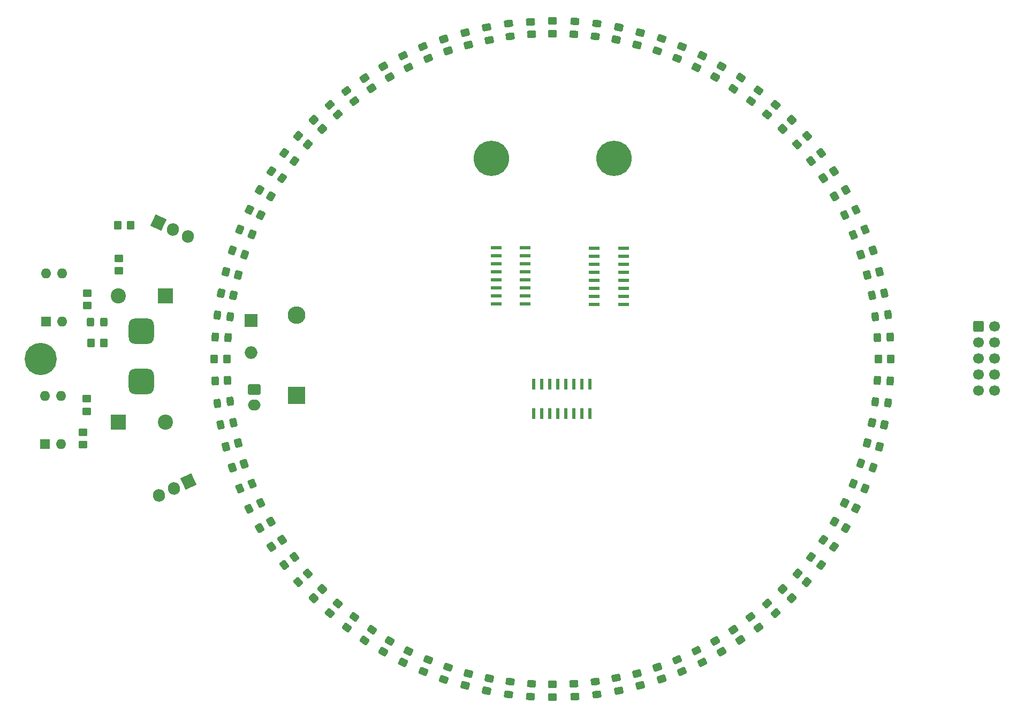
<source format=gbr>
%TF.GenerationSoftware,KiCad,Pcbnew,8.0.6*%
%TF.CreationDate,2024-11-15T00:49:57-05:00*%
%TF.ProjectId,LinePCB,4c696e65-5043-4422-9e6b-696361645f70,rev?*%
%TF.SameCoordinates,Original*%
%TF.FileFunction,Soldermask,Bot*%
%TF.FilePolarity,Negative*%
%FSLAX46Y46*%
G04 Gerber Fmt 4.6, Leading zero omitted, Abs format (unit mm)*
G04 Created by KiCad (PCBNEW 8.0.6) date 2024-11-15 00:49:57*
%MOMM*%
%LPD*%
G01*
G04 APERTURE LIST*
G04 Aperture macros list*
%AMRoundRect*
0 Rectangle with rounded corners*
0 $1 Rounding radius*
0 $2 $3 $4 $5 $6 $7 $8 $9 X,Y pos of 4 corners*
0 Add a 4 corners polygon primitive as box body*
4,1,4,$2,$3,$4,$5,$6,$7,$8,$9,$2,$3,0*
0 Add four circle primitives for the rounded corners*
1,1,$1+$1,$2,$3*
1,1,$1+$1,$4,$5*
1,1,$1+$1,$6,$7*
1,1,$1+$1,$8,$9*
0 Add four rect primitives between the rounded corners*
20,1,$1+$1,$2,$3,$4,$5,0*
20,1,$1+$1,$4,$5,$6,$7,0*
20,1,$1+$1,$6,$7,$8,$9,0*
20,1,$1+$1,$8,$9,$2,$3,0*%
%AMHorizOval*
0 Thick line with rounded ends*
0 $1 width*
0 $2 $3 position (X,Y) of the first rounded end (center of the circle)*
0 $4 $5 position (X,Y) of the second rounded end (center of the circle)*
0 Add line between two ends*
20,1,$1,$2,$3,$4,$5,0*
0 Add two circle primitives to create the rounded ends*
1,1,$1,$2,$3*
1,1,$1,$4,$5*%
%AMRotRect*
0 Rectangle, with rotation*
0 The origin of the aperture is its center*
0 $1 length*
0 $2 width*
0 $3 Rotation angle, in degrees counterclockwise*
0 Add horizontal line*
21,1,$1,$2,0,0,$3*%
G04 Aperture macros list end*
%ADD10C,5.100000*%
%ADD11RoundRect,0.250000X-0.600000X-0.600000X0.600000X-0.600000X0.600000X0.600000X-0.600000X0.600000X0*%
%ADD12C,1.700000*%
%ADD13R,2.000000X2.000000*%
%ADD14O,2.000000X2.000000*%
%ADD15R,2.800000X2.800000*%
%ADD16O,2.800000X2.800000*%
%ADD17R,1.600000X1.600000*%
%ADD18O,1.600000X1.600000*%
%ADD19R,2.400000X2.400000*%
%ADD20C,2.400000*%
%ADD21C,5.600000*%
%ADD22RotRect,1.905000X2.000000X205.000000*%
%ADD23HorizOval,1.905000X-0.020074X0.043050X0.020074X-0.043050X0*%
%ADD24RoundRect,0.250000X-0.750000X0.600000X-0.750000X-0.600000X0.750000X-0.600000X0.750000X0.600000X0*%
%ADD25O,2.000000X1.700000*%
%ADD26RotRect,1.905000X2.000000X335.000000*%
%ADD27HorizOval,1.905000X-0.020074X-0.043050X0.020074X0.043050X0*%
%ADD28RoundRect,0.250000X-0.539432X0.184426X-0.311535X-0.477437X0.539432X-0.184426X0.311535X0.477437X0*%
%ADD29RoundRect,0.250000X-0.038526X-0.568784X0.541800X-0.177349X0.038526X0.568784X-0.541800X0.177349X0*%
%ADD30RoundRect,0.250000X-0.530373X-0.163796X-0.011260X-0.554976X0.530373X0.163796X0.011260X0.554976X0*%
%ADD31RoundRect,0.250000X-0.295486X0.469908X-0.538980X-0.132762X0.295486X-0.469908X0.538980X0.132762X0*%
%ADD32RoundRect,0.250000X-0.503745X0.233165X-0.379719X-0.404893X0.503745X-0.233165X0.379719X0.404893X0*%
%ADD33RoundRect,0.250000X0.503745X-0.233165X0.379719X0.404893X-0.503745X0.233165X-0.379719X-0.404893X0*%
%ADD34RoundRect,0.250000X0.565685X0.070711X0.070711X0.565685X-0.565685X-0.070711X-0.070711X-0.565685X0*%
%ADD35RoundRect,0.250000X0.251027X-0.511845X0.557887X0.117311X-0.251027X0.511845X-0.557887X-0.117311X0*%
%ADD36RoundRect,0.250000X0.163796X-0.530373X0.554976X-0.011260X-0.163796X0.530373X-0.554976X0.011260X0*%
%ADD37RoundRect,0.250000X0.295486X-0.469908X0.538980X0.132762X-0.295486X0.469908X-0.538980X-0.132762X0*%
%ADD38RoundRect,0.250000X0.539432X-0.184426X0.311535X0.477437X-0.539432X0.184426X-0.311535X-0.477437X0*%
%ADD39RoundRect,0.250000X-0.259209X-0.490852X0.384465X-0.400389X0.259209X0.490852X-0.384465X0.400389X0*%
%ADD40RoundRect,0.250000X-0.454543X-0.344080X0.221605X-0.525253X0.454543X0.344080X-0.221605X0.525253X0*%
%ADD41RoundRect,0.250000X-0.473319X0.317757X-0.424489X-0.380538X0.473319X-0.317757X0.424489X0.380538X0*%
%ADD42RoundRect,0.250000X-0.568784X0.038526X-0.177349X-0.541800X0.568784X-0.038526X0.177349X0.541800X0*%
%ADD43R,1.676400X0.508000*%
%ADD44RoundRect,0.250000X0.454543X0.344080X-0.221605X0.525253X-0.454543X-0.344080X0.221605X-0.525253X0*%
%ADD45RoundRect,0.250000X-0.565685X-0.070711X-0.070711X-0.565685X0.565685X0.070711X0.070711X0.565685X0*%
%ADD46RoundRect,0.250000X0.184426X0.539432X-0.477437X0.311535X-0.184426X-0.539432X0.477437X-0.311535X0*%
%ADD47RoundRect,0.250000X0.214711X-0.528109X0.564711X0.078109X-0.214711X0.528109X-0.564711X-0.078109X0*%
%ADD48RoundRect,0.250000X-0.559375X-0.109999X-0.031078X-0.569240X0.559375X0.109999X0.031078X0.569240X0*%
%ADD49RoundRect,0.250000X-0.233165X-0.503745X0.404893X-0.379719X0.233165X0.503745X-0.404893X0.379719X0*%
%ADD50RoundRect,0.250000X0.473319X-0.317757X0.424489X0.380538X-0.473319X0.317757X-0.424489X-0.380538X0*%
%ADD51RoundRect,0.250000X-0.564711X0.078109X-0.214711X-0.528109X0.564711X-0.078109X0.214711X0.528109X0*%
%ADD52RoundRect,0.250000X0.530373X0.163796X0.011260X0.554976X-0.530373X-0.163796X-0.011260X-0.554976X0*%
%ADD53RoundRect,0.250000X-0.109999X0.559375X-0.569240X0.031078X0.109999X-0.559375X0.569240X-0.031078X0*%
%ADD54RoundRect,0.250000X0.350000X0.450000X-0.350000X0.450000X-0.350000X-0.450000X0.350000X-0.450000X0*%
%ADD55RoundRect,0.250000X0.221605X0.525253X-0.454543X0.344080X-0.221605X-0.525253X0.454543X-0.344080X0*%
%ADD56RoundRect,0.250000X0.511845X0.251027X-0.117311X0.557887X-0.511845X-0.251027X0.117311X-0.557887X0*%
%ADD57RoundRect,0.250000X-0.374949X0.429434X-0.508515X-0.257705X0.374949X-0.429434X0.508515X0.257705X0*%
%ADD58RoundRect,0.250000X0.521074X0.191329X-0.017800X0.554805X-0.521074X-0.191329X0.017800X-0.554805X0*%
%ADD59RoundRect,0.250000X-0.355599X-0.426233X0.292818X-0.471575X0.355599X0.426233X-0.292818X0.471575X0*%
%ADD60RoundRect,0.250000X0.407038X-0.377419X0.486253X0.267736X-0.407038X0.377419X-0.486253X-0.267736X0*%
%ADD61RoundRect,0.250000X-0.450000X0.350000X-0.450000X-0.350000X0.450000X-0.350000X0.450000X0.350000X0*%
%ADD62RoundRect,0.250000X-0.078109X-0.564711X0.528109X-0.214711X0.078109X0.564711X-0.528109X0.214711X0*%
%ADD63RoundRect,0.250000X-0.525253X0.221605X-0.344080X-0.454543X0.525253X-0.221605X0.344080X0.454543X0*%
%ADD64RoundRect,0.250000X-0.469908X-0.295486X0.132762X-0.538980X0.469908X0.295486X-0.132762X0.538980X0*%
%ADD65RoundRect,0.250000X0.554695X0.020944X0.154515X0.533151X-0.554695X-0.020944X-0.154515X-0.533151X0*%
%ADD66RoundRect,0.250000X-0.429434X-0.374949X0.257705X-0.508515X0.429434X0.374949X-0.257705X0.508515X0*%
%ADD67RoundRect,0.250000X-0.554695X-0.020944X-0.154515X-0.533151X0.554695X0.020944X0.154515X0.533151X0*%
%ADD68RoundRect,0.250000X0.490852X-0.259209X0.400389X0.384465X-0.490852X0.259209X-0.400389X-0.384465X0*%
%ADD69RoundRect,0.250000X0.038526X0.568784X-0.541800X0.177349X-0.038526X-0.568784X0.541800X-0.177349X0*%
%ADD70RoundRect,0.250000X0.344080X-0.454543X0.525253X0.221605X-0.344080X0.454543X-0.525253X-0.221605X0*%
%ADD71RoundRect,0.250000X0.070711X-0.565685X0.565685X-0.070711X-0.070711X0.565685X-0.565685X0.070711X0*%
%ADD72RoundRect,0.250000X-0.184426X-0.539432X0.477437X-0.311535X0.184426X0.539432X-0.477437X0.311535X0*%
%ADD73RoundRect,0.250000X0.319674X-0.453799X0.531293X0.160788X-0.319674X0.453799X-0.531293X-0.160788X0*%
%ADD74RoundRect,0.250000X0.374949X-0.429434X0.508515X0.257705X-0.374949X0.429434X-0.508515X-0.257705X0*%
%ADD75RoundRect,0.250000X0.317757X0.473319X-0.380538X0.424489X-0.317757X-0.473319X0.380538X-0.424489X0*%
%ADD76R,0.508000X1.676400*%
%ADD77RoundRect,0.250000X-0.191329X0.521074X-0.554805X-0.017800X0.191329X-0.521074X0.554805X0.017800X0*%
%ADD78RoundRect,0.250000X0.020944X-0.554695X0.533151X-0.154515X-0.020944X0.554695X-0.533151X0.154515X0*%
%ADD79RoundRect,0.250000X-0.221605X-0.525253X0.454543X-0.344080X0.221605X0.525253X-0.454543X0.344080X0*%
%ADD80RoundRect,0.250000X-0.163796X0.530373X-0.554976X0.011260X0.163796X-0.530373X0.554976X-0.011260X0*%
%ADD81RoundRect,0.250000X-0.094841X-0.546928X0.489375X-0.261987X0.094841X0.546928X-0.489375X0.261987X0*%
%ADD82RoundRect,0.250000X-0.546928X0.094841X-0.261987X-0.489375X0.546928X-0.094841X0.261987X0.489375X0*%
%ADD83RoundRect,0.250000X-0.350000X-0.450000X0.350000X-0.450000X0.350000X0.450000X-0.350000X0.450000X0*%
%ADD84RoundRect,0.250000X-0.528109X-0.214711X0.078109X-0.564711X0.528109X0.214711X-0.078109X0.564711X0*%
%ADD85RoundRect,1.000000X-1.000000X1.000000X-1.000000X-1.000000X1.000000X-1.000000X1.000000X1.000000X0*%
%ADD86RoundRect,0.250000X0.568784X-0.038526X0.177349X0.541800X-0.568784X0.038526X-0.177349X-0.541800X0*%
%ADD87RoundRect,0.250000X0.453799X0.319674X-0.160788X0.531293X-0.453799X-0.319674X0.160788X-0.531293X0*%
%ADD88RoundRect,0.250000X0.469908X0.295486X-0.132762X0.538980X-0.469908X-0.295486X0.132762X-0.538980X0*%
%ADD89RoundRect,0.250000X0.355599X0.426233X-0.292818X0.471575X-0.355599X-0.426233X0.292818X-0.471575X0*%
%ADD90RoundRect,0.250000X0.233165X0.503745X-0.404893X0.379719X-0.233165X-0.503745X0.404893X-0.379719X0*%
%ADD91RoundRect,0.250000X0.525253X-0.221605X0.344080X0.454543X-0.525253X0.221605X-0.344080X-0.454543X0*%
%ADD92RoundRect,0.250000X0.325000X0.450000X-0.325000X0.450000X-0.325000X-0.450000X0.325000X-0.450000X0*%
%ADD93RoundRect,0.250000X-0.426233X0.355599X-0.471575X-0.292818X0.426233X-0.355599X0.471575X0.292818X0*%
%ADD94RoundRect,0.250000X-0.317757X-0.473319X0.380538X-0.424489X0.317757X0.473319X-0.380538X0.424489X0*%
%ADD95RoundRect,0.250000X0.123335X0.541215X-0.474993X0.287240X-0.123335X-0.541215X0.474993X-0.287240X0*%
%ADD96RoundRect,0.250000X-0.453799X-0.319674X0.160788X-0.531293X0.453799X0.319674X-0.160788X0.531293X0*%
%ADD97RoundRect,0.250000X0.078109X0.564711X-0.528109X0.214711X-0.078109X-0.564711X0.528109X-0.214711X0*%
%ADD98RoundRect,0.250000X-0.407038X0.377419X-0.486253X-0.267736X0.407038X-0.377419X0.486253X0.267736X0*%
%ADD99RoundRect,0.250000X0.546928X-0.094841X0.261987X0.489375X-0.546928X0.094841X-0.261987X-0.489375X0*%
%ADD100RoundRect,0.250000X-0.490852X0.259209X-0.400389X-0.384465X0.490852X-0.259209X0.400389X0.384465X0*%
%ADD101RoundRect,0.250000X-0.049946X0.552838X-0.540507X0.126400X0.049946X-0.552838X0.540507X-0.126400X0*%
%ADD102RoundRect,0.250000X-0.521074X-0.191329X0.017800X-0.554805X0.521074X0.191329X-0.017800X0.554805X0*%
%ADD103RoundRect,0.250000X0.450000X-0.350000X0.450000X0.350000X-0.450000X0.350000X-0.450000X-0.350000X0*%
%ADD104RoundRect,0.250000X-0.070711X0.565685X-0.565685X0.070711X0.070711X-0.565685X0.565685X-0.070711X0*%
%ADD105RoundRect,0.250000X-0.552838X-0.049946X-0.126400X-0.540507X0.552838X0.049946X0.126400X0.540507X0*%
%ADD106RoundRect,0.250000X0.564711X-0.078109X0.214711X0.528109X-0.564711X0.078109X-0.214711X-0.528109X0*%
%ADD107RoundRect,0.250000X-0.541215X0.123335X-0.287240X-0.474993X0.541215X-0.123335X0.287240X0.474993X0*%
%ADD108RoundRect,0.250000X-0.319674X0.453799X-0.531293X-0.160788X0.319674X-0.453799X0.531293X0.160788X0*%
%ADD109RoundRect,0.250000X-0.214711X0.528109X-0.564711X-0.078109X0.214711X-0.528109X0.564711X0.078109X0*%
%ADD110RoundRect,0.250000X-0.377419X-0.407038X0.267736X-0.486253X0.377419X0.407038X-0.267736X0.486253X0*%
%ADD111RoundRect,0.250000X0.259209X0.490852X-0.384465X0.400389X-0.259209X-0.490852X0.384465X-0.400389X0*%
%ADD112RoundRect,0.250000X-0.251027X0.511845X-0.557887X-0.117311X0.251027X-0.511845X0.557887X0.117311X0*%
%ADD113RoundRect,0.250000X-0.020944X0.554695X-0.533151X0.154515X0.020944X-0.554695X0.533151X-0.154515X0*%
%ADD114RoundRect,0.250000X0.191329X-0.521074X0.554805X0.017800X-0.191329X0.521074X-0.554805X-0.017800X0*%
%ADD115RoundRect,0.250000X0.094841X0.546928X-0.489375X0.261987X-0.094841X-0.546928X0.489375X-0.261987X0*%
%ADD116RoundRect,0.250000X-0.123335X-0.541215X0.474993X-0.287240X0.123335X0.541215X-0.474993X0.287240X0*%
%ADD117RoundRect,0.250000X0.429434X0.374949X-0.257705X0.508515X-0.429434X-0.374949X0.257705X-0.508515X0*%
%ADD118RoundRect,0.250000X0.541215X-0.123335X0.287240X0.474993X-0.541215X0.123335X-0.287240X-0.474993X0*%
%ADD119RoundRect,0.250000X0.559375X0.109999X0.031078X0.569240X-0.559375X-0.109999X-0.031078X-0.569240X0*%
%ADD120RoundRect,0.250000X-0.344080X0.454543X-0.525253X-0.221605X0.344080X-0.454543X0.525253X0.221605X0*%
%ADD121RoundRect,0.250000X0.426233X-0.355599X0.471575X0.292818X-0.426233X0.355599X-0.471575X-0.292818X0*%
%ADD122RoundRect,0.250000X0.552838X0.049946X0.126400X0.540507X-0.552838X-0.049946X-0.126400X-0.540507X0*%
%ADD123RoundRect,0.250000X0.528109X0.214711X-0.078109X0.564711X-0.528109X-0.214711X0.078109X-0.564711X0*%
%ADD124RoundRect,0.250000X0.109999X-0.559375X0.569240X-0.031078X-0.109999X0.559375X-0.569240X0.031078X0*%
%ADD125RoundRect,0.250000X0.049946X-0.552838X0.540507X-0.126400X-0.049946X0.552838X-0.540507X0.126400X0*%
%ADD126RoundRect,0.250000X-0.511845X-0.251027X0.117311X-0.557887X0.511845X0.251027X-0.117311X0.557887X0*%
%ADD127RoundRect,0.250000X0.377419X0.407038X-0.267736X0.486253X-0.377419X-0.407038X0.267736X-0.486253X0*%
G04 APERTURE END LIST*
D10*
%TO.C,H1*%
X19002000Y-100000000D03*
%TD*%
D11*
%TO.C,J1*%
X167340000Y-94840000D03*
D12*
X169880000Y-94840000D03*
X167340000Y-97380000D03*
X169880000Y-97380000D03*
X167340000Y-99920000D03*
X169880000Y-99920000D03*
X167340000Y-102460000D03*
X169880000Y-102460000D03*
X167340000Y-105000000D03*
X169880000Y-105000000D03*
%TD*%
D13*
%TO.C,R52*%
X52305000Y-93860000D03*
D14*
X52305000Y-98940000D03*
%TD*%
D15*
%TO.C,U15*%
X59540000Y-105710000D03*
D16*
X59540000Y-93010000D03*
%TD*%
D17*
%TO.C,U12*%
X19835000Y-94090000D03*
D18*
X22375000Y-94090000D03*
X22375000Y-86470000D03*
X19835000Y-86470000D03*
%TD*%
D19*
%TO.C,U10*%
X38770000Y-90000000D03*
D20*
X31270000Y-90000000D03*
%TD*%
D21*
%TO.C,H3*%
X109700000Y-68209100D03*
%TD*%
D22*
%TO.C,U6*%
X42382600Y-119420100D03*
D23*
X40080579Y-120493549D03*
X37778556Y-121567000D03*
%TD*%
D24*
%TO.C,J2*%
X52850000Y-104800000D03*
D25*
X52850000Y-107300000D03*
%TD*%
D19*
%TO.C,U9*%
X31270000Y-110000000D03*
D20*
X38770000Y-110000000D03*
%TD*%
D21*
%TO.C,H2*%
X90300000Y-68209100D03*
%TD*%
D26*
%TO.C,U14*%
X37676000Y-78443100D03*
D27*
X39978021Y-79516551D03*
X42280043Y-80590000D03*
%TD*%
D17*
%TO.C,U7*%
X19725000Y-113490000D03*
D18*
X22265000Y-113490000D03*
X22265000Y-105870000D03*
X19725000Y-105870000D03*
%TD*%
D28*
%TO.C,R10*%
X116550031Y-148768282D03*
X117201169Y-150659318D03*
%TD*%
D29*
%TO.C,R44*%
X142823162Y-71391793D03*
X144481238Y-70273407D03*
%TD*%
D30*
%TO.C,D6*%
X140832499Y-131343140D03*
X142469701Y-132576860D03*
%TD*%
D31*
%TO.C,D16*%
X80293072Y-147553336D03*
X79525128Y-149454064D03*
%TD*%
D32*
%TO.C,D11*%
X110046620Y-150485032D03*
X110437780Y-152497368D03*
%TD*%
D33*
%TO.C,D35*%
X89953381Y-49514966D03*
X89562219Y-47502634D03*
%TD*%
D34*
%TO.C,R31*%
X63584007Y-63584007D03*
X62169793Y-62169793D03*
%TD*%
D35*
%TO.C,R40*%
X122781829Y-53812994D03*
X123658571Y-52015406D03*
%TD*%
D36*
%TO.C,D42*%
X131343140Y-59167501D03*
X132576860Y-57530299D03*
%TD*%
D37*
%TO.C,D40*%
X119706928Y-52446664D03*
X120474872Y-50545936D03*
%TD*%
D38*
%TO.C,R34*%
X83449968Y-51231719D03*
X82798832Y-49340681D03*
%TD*%
D39*
%TO.C,D48*%
X151035875Y-93290052D03*
X153065925Y-93004748D03*
%TD*%
D40*
%TO.C,R3*%
X149745174Y-113329181D03*
X151677026Y-113846819D03*
%TD*%
D41*
%TO.C,R12*%
X103363944Y-151390036D03*
X103503456Y-153385164D03*
%TD*%
D42*
%TO.C,R8*%
X128608207Y-142823162D03*
X129726593Y-144481238D03*
%TD*%
D43*
%TO.C,U2*%
X91050000Y-91250000D03*
X91050000Y-89980000D03*
X91050000Y-88710000D03*
X91050000Y-87440000D03*
X91050000Y-86170000D03*
X91050000Y-84900000D03*
X91050000Y-83630000D03*
X91050000Y-82360000D03*
X95672800Y-82360000D03*
X95672800Y-83630000D03*
X95672800Y-84900000D03*
X95672800Y-86170000D03*
X95672800Y-87440000D03*
X95672800Y-88710000D03*
X95672800Y-89980000D03*
X95672800Y-91250000D03*
%TD*%
D44*
%TO.C,R27*%
X50254826Y-86670819D03*
X48322974Y-86153181D03*
%TD*%
D45*
%TO.C,R7*%
X136415993Y-136415993D03*
X137830207Y-137830207D03*
%TD*%
D46*
%TO.C,R22*%
X51231719Y-116550032D03*
X49340681Y-117201168D03*
%TD*%
D47*
%TO.C,R41*%
X125750000Y-55399725D03*
X126750000Y-53667675D03*
%TD*%
D48*
%TO.C,R6*%
X138716891Y-133959640D03*
X140226309Y-135271760D03*
%TD*%
D49*
%TO.C,D47*%
X150485032Y-89953379D03*
X152497368Y-89562221D03*
%TD*%
D50*
%TO.C,R36*%
X96636056Y-48609964D03*
X96496544Y-46614836D03*
%TD*%
D51*
%TO.C,R9*%
X125750000Y-144600275D03*
X126750000Y-146332325D03*
%TD*%
D52*
%TO.C,D30*%
X59167501Y-68656860D03*
X57530299Y-67423140D03*
%TD*%
D53*
%TO.C,R18*%
X66040360Y-138716891D03*
X64728240Y-140226309D03*
%TD*%
D54*
%TO.C,U16*%
X33260000Y-78850000D03*
X31260000Y-78850000D03*
%TD*%
D55*
%TO.C,R23*%
X50254826Y-113329181D03*
X48322974Y-113846819D03*
%TD*%
D56*
%TO.C,R28*%
X53812992Y-77218171D03*
X52015408Y-76341429D03*
%TD*%
D57*
%TO.C,R14*%
X89948610Y-150509572D03*
X89566990Y-152472828D03*
%TD*%
D58*
%TO.C,D29*%
X57197564Y-71405772D03*
X55498036Y-70259428D03*
%TD*%
D59*
%TO.C,D1*%
X151365097Y-103362200D03*
X153410103Y-103505200D03*
%TD*%
D60*
%TO.C,D38*%
X106727684Y-48966460D03*
X106977516Y-46931740D03*
%TD*%
D61*
%TO.C,R13*%
X100000000Y-151500000D03*
X100000000Y-153500000D03*
%TD*%
%TO.C,U5*%
X31390000Y-84050000D03*
X31390000Y-86050000D03*
%TD*%
D62*
%TO.C,R45*%
X144600275Y-74250000D03*
X146332325Y-73250000D03*
%TD*%
D63*
%TO.C,R11*%
X113329181Y-149745174D03*
X113846819Y-151677026D03*
%TD*%
D64*
%TO.C,D4*%
X147553336Y-119706928D03*
X149454064Y-120474872D03*
%TD*%
D65*
%TO.C,D32*%
X68671053Y-59156611D03*
X67408947Y-57541189D03*
%TD*%
D66*
%TO.C,R2*%
X150509573Y-110051391D03*
X152472827Y-110433009D03*
%TD*%
D67*
%TO.C,D8*%
X131328947Y-140843289D03*
X132591053Y-142458711D03*
%TD*%
D68*
%TO.C,D36*%
X93290052Y-48964125D03*
X93004748Y-46934075D03*
%TD*%
D69*
%TO.C,R20*%
X57176838Y-128608207D03*
X55518762Y-129726593D03*
%TD*%
D70*
%TO.C,R39*%
X113329181Y-50254826D03*
X113846819Y-48322974D03*
%TD*%
D71*
%TO.C,R43*%
X136415993Y-63584007D03*
X137830207Y-62169793D03*
%TD*%
D72*
%TO.C,R46*%
X148768282Y-83449969D03*
X150659318Y-82798831D03*
%TD*%
D73*
%TO.C,D39*%
X116541894Y-51255355D03*
X117209306Y-49317045D03*
%TD*%
D74*
%TO.C,R38*%
X110051390Y-49490427D03*
X110433010Y-47527173D03*
%TD*%
D75*
%TO.C,R24*%
X48609964Y-103363944D03*
X46614836Y-103503456D03*
%TD*%
D76*
%TO.C,U1*%
X105895000Y-108631400D03*
X104625000Y-108631400D03*
X103355000Y-108631400D03*
X102085000Y-108631400D03*
X100815000Y-108631400D03*
X99545000Y-108631400D03*
X98275000Y-108631400D03*
X97005000Y-108631400D03*
X97005000Y-104008600D03*
X98275000Y-104008600D03*
X99545000Y-104008600D03*
X100815000Y-104008600D03*
X102085000Y-104008600D03*
X103355000Y-104008600D03*
X104625000Y-104008600D03*
X105895000Y-104008600D03*
%TD*%
D77*
%TO.C,D17*%
X71405772Y-142802437D03*
X70259428Y-144501963D03*
%TD*%
D78*
%TO.C,D44*%
X140843389Y-68671053D03*
X142458811Y-67408947D03*
%TD*%
D54*
%TO.C,R25*%
X48500000Y-100000000D03*
X46500000Y-100000000D03*
%TD*%
D79*
%TO.C,R47*%
X149745174Y-86670819D03*
X151677026Y-86153181D03*
%TD*%
D43*
%TO.C,U3*%
X106607200Y-91350000D03*
X106607200Y-90080000D03*
X106607200Y-88810000D03*
X106607200Y-87540000D03*
X106607200Y-86270000D03*
X106607200Y-85000000D03*
X106607200Y-83730000D03*
X106607200Y-82460000D03*
X111230000Y-82460000D03*
X111230000Y-83730000D03*
X111230000Y-85000000D03*
X111230000Y-86270000D03*
X111230000Y-87540000D03*
X111230000Y-88810000D03*
X111230000Y-90080000D03*
X111230000Y-91350000D03*
%TD*%
D80*
%TO.C,D18*%
X68656860Y-140832399D03*
X67423140Y-142469601D03*
%TD*%
D81*
%TO.C,D45*%
X146164536Y-77229130D03*
X148007064Y-76330470D03*
%TD*%
D82*
%TO.C,D9*%
X122770870Y-146164537D03*
X123669530Y-148007063D03*
%TD*%
D83*
%TO.C,U13*%
X26990000Y-97450000D03*
X28990000Y-97450000D03*
%TD*%
D84*
%TO.C,R5*%
X144600275Y-125750000D03*
X146332325Y-126750000D03*
%TD*%
D85*
%TO.C,U17*%
X34940000Y-95550000D03*
X34940000Y-103550000D03*
%TD*%
D86*
%TO.C,R32*%
X71391793Y-57176838D03*
X70273407Y-55518762D03*
%TD*%
D87*
%TO.C,D27*%
X51255356Y-83458108D03*
X49317044Y-82790692D03*
%TD*%
D88*
%TO.C,D28*%
X52446664Y-80293072D03*
X50545936Y-79525128D03*
%TD*%
D89*
%TO.C,D25*%
X48634903Y-96637800D03*
X46589897Y-96494800D03*
%TD*%
D90*
%TO.C,D23*%
X49514968Y-110046621D03*
X47502632Y-110437779D03*
%TD*%
D91*
%TO.C,R35*%
X86670819Y-50254826D03*
X86153181Y-48322974D03*
%TD*%
D92*
%TO.C,D49*%
X28980000Y-94110000D03*
X26930000Y-94110000D03*
%TD*%
D93*
%TO.C,D13*%
X96637801Y-151365098D03*
X96494799Y-153410102D03*
%TD*%
D94*
%TO.C,R48*%
X151390036Y-96636056D03*
X153385164Y-96496544D03*
%TD*%
D95*
%TO.C,D22*%
X52439818Y-119690400D03*
X50552782Y-120491400D03*
%TD*%
D96*
%TO.C,D3*%
X148744644Y-116541894D03*
X150682956Y-117209306D03*
%TD*%
D97*
%TO.C,R21*%
X55399725Y-125750000D03*
X53667675Y-126750000D03*
%TD*%
D98*
%TO.C,D14*%
X93272316Y-151033540D03*
X93022484Y-153068260D03*
%TD*%
D99*
%TO.C,D33*%
X77229130Y-53835463D03*
X76330470Y-51992937D03*
%TD*%
D100*
%TO.C,D12*%
X106709948Y-151035875D03*
X106995252Y-153065925D03*
%TD*%
D101*
%TO.C,D19*%
X61301979Y-133943240D03*
X59754821Y-135288160D03*
%TD*%
D102*
%TO.C,D5*%
X142802436Y-128594226D03*
X144501964Y-129740574D03*
%TD*%
D103*
%TO.C,R37*%
X100000000Y-48500000D03*
X100000000Y-46500000D03*
%TD*%
D104*
%TO.C,R19*%
X63584007Y-136415993D03*
X62169793Y-137830207D03*
%TD*%
D105*
%TO.C,D7*%
X133943240Y-138698021D03*
X135288160Y-140245179D03*
%TD*%
D106*
%TO.C,R33*%
X74250000Y-55399725D03*
X73250000Y-53667675D03*
%TD*%
D107*
%TO.C,D10*%
X119690400Y-147560182D03*
X120491400Y-149447218D03*
%TD*%
D108*
%TO.C,D15*%
X83458106Y-148744644D03*
X82790694Y-150682956D03*
%TD*%
D109*
%TO.C,R17*%
X74250000Y-144600275D03*
X73250000Y-146332325D03*
%TD*%
D110*
%TO.C,D2*%
X151033540Y-106727684D03*
X153068260Y-106977516D03*
%TD*%
D111*
%TO.C,D24*%
X48964125Y-106709948D03*
X46934075Y-106995252D03*
%TD*%
D112*
%TO.C,R16*%
X77218171Y-146187006D03*
X76341429Y-147984594D03*
%TD*%
D113*
%TO.C,D20*%
X59156611Y-131328947D03*
X57541189Y-132591053D03*
%TD*%
D114*
%TO.C,D41*%
X128594228Y-57197566D03*
X129740572Y-55498034D03*
%TD*%
D61*
%TO.C,U4*%
X26310000Y-106270000D03*
X26310000Y-108270000D03*
%TD*%
D115*
%TO.C,D21*%
X53835464Y-122770870D03*
X51992936Y-123669530D03*
%TD*%
D116*
%TO.C,D46*%
X147560182Y-80309600D03*
X149447218Y-79508600D03*
%TD*%
D117*
%TO.C,R26*%
X49490427Y-89948610D03*
X47527173Y-89566990D03*
%TD*%
D118*
%TO.C,D34*%
X80309600Y-52439818D03*
X79508600Y-50552782D03*
%TD*%
D119*
%TO.C,R30*%
X61283110Y-66040359D03*
X59773690Y-64728241D03*
%TD*%
D120*
%TO.C,R15*%
X86670819Y-149745174D03*
X86153181Y-151677026D03*
%TD*%
D121*
%TO.C,D37*%
X103362200Y-48634903D03*
X103505200Y-46589897D03*
%TD*%
D83*
%TO.C,R1*%
X151500000Y-100000000D03*
X153500000Y-100000000D03*
%TD*%
D122*
%TO.C,D31*%
X66056761Y-61301979D03*
X64711839Y-59754821D03*
%TD*%
D123*
%TO.C,R29*%
X55399725Y-74250000D03*
X53667675Y-73250000D03*
%TD*%
D124*
%TO.C,R42*%
X133959642Y-61283110D03*
X135271758Y-59773690D03*
%TD*%
D61*
%TO.C,U8*%
X25730000Y-111580000D03*
X25730000Y-113580000D03*
%TD*%
%TO.C,U11*%
X26370000Y-89550000D03*
X26370000Y-91550000D03*
%TD*%
D125*
%TO.C,D43*%
X138698019Y-66056760D03*
X140245181Y-64711840D03*
%TD*%
D126*
%TO.C,R4*%
X146187008Y-122781829D03*
X147984592Y-123658571D03*
%TD*%
D127*
%TO.C,D26*%
X48966460Y-93272316D03*
X46931740Y-93022484D03*
%TD*%
M02*

</source>
